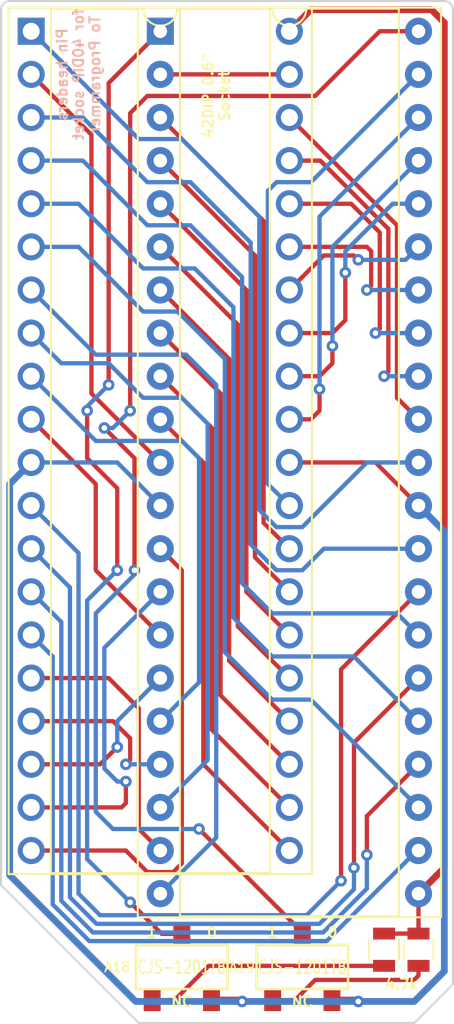
<source format=kicad_pcb>
(kicad_pcb (version 4) (host pcbnew 4.0.6)

  (general
    (links 49)
    (no_connects 0)
    (area 200.088499 80.708499 226.885501 141.033501)
    (thickness 1.6)
    (drawings 21)
    (tracks 275)
    (zones 0)
    (modules 6)
    (nets 44)
  )

  (page A4)
  (layers
    (0 F.Cu signal)
    (31 B.Cu signal)
    (32 B.Adhes user)
    (33 F.Adhes user)
    (34 B.Paste user)
    (35 F.Paste user)
    (36 B.SilkS user)
    (37 F.SilkS user)
    (38 B.Mask user)
    (39 F.Mask user)
    (40 Dwgs.User user)
    (41 Cmts.User user)
    (42 Eco1.User user)
    (43 Eco2.User user)
    (44 Edge.Cuts user)
    (45 Margin user)
    (46 B.CrtYd user)
    (47 F.CrtYd user)
    (48 B.Fab user)
    (49 F.Fab user)
  )

  (setup
    (last_trace_width 0.254)
    (user_trace_width 0.1524)
    (user_trace_width 0.2)
    (user_trace_width 0.25)
    (user_trace_width 0.3)
    (user_trace_width 0.4)
    (user_trace_width 0.5)
    (user_trace_width 0.6)
    (user_trace_width 0.8)
    (user_trace_width 1)
    (user_trace_width 1.2)
    (user_trace_width 1.5)
    (user_trace_width 2)
    (trace_clearance 0.254)
    (zone_clearance 0.1524)
    (zone_45_only no)
    (trace_min 0.1524)
    (segment_width 0.127)
    (edge_width 0.127)
    (via_size 0.6858)
    (via_drill 0.3302)
    (via_min_size 0.6858)
    (via_min_drill 0.3302)
    (uvia_size 0.508)
    (uvia_drill 0.127)
    (uvias_allowed no)
    (uvia_min_size 0.508)
    (uvia_min_drill 0.127)
    (pcb_text_width 0.127)
    (pcb_text_size 0.6 0.6)
    (mod_edge_width 0.127)
    (mod_text_size 0.6 0.6)
    (mod_text_width 0.127)
    (pad_size 1.524 1.524)
    (pad_drill 0.762)
    (pad_to_mask_clearance 0.05)
    (pad_to_paste_clearance -0.04)
    (aux_axis_origin 0 0)
    (visible_elements 7FFFFFFF)
    (pcbplotparams
      (layerselection 0x3ffff_80000001)
      (usegerberextensions true)
      (usegerberattributes true)
      (excludeedgelayer true)
      (linewidth 0.127000)
      (plotframeref false)
      (viasonmask false)
      (mode 1)
      (useauxorigin false)
      (hpglpennumber 1)
      (hpglpenspeed 20)
      (hpglpendiameter 15)
      (hpglpenoverlay 2)
      (psnegative false)
      (psa4output false)
      (plotreference true)
      (plotvalue true)
      (plotinvisibletext false)
      (padsonsilk false)
      (subtractmaskfromsilk false)
      (outputformat 1)
      (mirror false)
      (drillshape 0)
      (scaleselection 1)
      (outputdirectory CAM/))
  )

  (net 0 "")
  (net 1 VCC)
  (net 2 "Net-(R1-Pad2)")
  (net 3 "Net-(R2-Pad2)")
  (net 4 /A18)
  (net 5 GND)
  (net 6 /A19)
  (net 7 /VPP)
  (net 8 /A0)
  (net 9 /CE)
  (net 10 /A1)
  (net 11 /D15)
  (net 12 /A2)
  (net 13 /D14)
  (net 14 /A3)
  (net 15 /D13)
  (net 16 /A4)
  (net 17 /D12)
  (net 18 /A5)
  (net 19 /D11)
  (net 20 /A6)
  (net 21 /D10)
  (net 22 /A7)
  (net 23 /D9)
  (net 24 /A8)
  (net 25 /D8)
  (net 26 /A9)
  (net 27 /D7)
  (net 28 /A10)
  (net 29 /D6)
  (net 30 /A11)
  (net 31 /D5)
  (net 32 /A12)
  (net 33 /D4)
  (net 34 /A13)
  (net 35 /D3)
  (net 36 /A14)
  (net 37 /D2)
  (net 38 /A15)
  (net 39 /D1)
  (net 40 /A16)
  (net 41 /D0)
  (net 42 /A17)
  (net 43 /OE)

  (net_class Default "Dit is de standaard class."
    (clearance 0.254)
    (trace_width 0.254)
    (via_dia 0.6858)
    (via_drill 0.3302)
    (uvia_dia 0.508)
    (uvia_drill 0.127)
    (add_net /A0)
    (add_net /A1)
    (add_net /A10)
    (add_net /A11)
    (add_net /A12)
    (add_net /A13)
    (add_net /A14)
    (add_net /A15)
    (add_net /A16)
    (add_net /A17)
    (add_net /A18)
    (add_net /A19)
    (add_net /A2)
    (add_net /A3)
    (add_net /A4)
    (add_net /A5)
    (add_net /A6)
    (add_net /A7)
    (add_net /A8)
    (add_net /A9)
    (add_net /CE)
    (add_net /D0)
    (add_net /D1)
    (add_net /D10)
    (add_net /D11)
    (add_net /D12)
    (add_net /D13)
    (add_net /D14)
    (add_net /D15)
    (add_net /D2)
    (add_net /D3)
    (add_net /D4)
    (add_net /D5)
    (add_net /D6)
    (add_net /D7)
    (add_net /D8)
    (add_net /D9)
    (add_net /OE)
    (add_net /VPP)
    (add_net GND)
    (add_net "Net-(R1-Pad2)")
    (add_net "Net-(R2-Pad2)")
    (add_net VCC)
  )

  (net_class 0.2mm ""
    (clearance 0.2)
    (trace_width 0.2)
    (via_dia 0.6858)
    (via_drill 0.3302)
    (uvia_dia 0.508)
    (uvia_drill 0.127)
  )

  (net_class Minimal ""
    (clearance 0.1524)
    (trace_width 0.1524)
    (via_dia 0.6858)
    (via_drill 0.3302)
    (uvia_dia 0.508)
    (uvia_drill 0.127)
  )

  (module Resistors_SMD:R_0805 (layer F.Cu) (tedit 5A523B33) (tstamp 5A522B95)
    (at 224.79 136.652 270)
    (descr "Resistor SMD 0805, reflow soldering, Vishay (see dcrcw.pdf)")
    (tags "resistor 0805")
    (path /5A51C594)
    (attr smd)
    (fp_text reference R1 (at 2.54 2.032 270) (layer F.SilkS) hide
      (effects (font (size 1 1) (thickness 0.15)))
    )
    (fp_text value R (at 0 1.75 270) (layer F.Fab)
      (effects (font (size 1 1) (thickness 0.15)))
    )
    (fp_text user %R (at 0 0 270) (layer F.Fab)
      (effects (font (size 0.5 0.5) (thickness 0.075)))
    )
    (fp_line (start -1 0.62) (end -1 -0.62) (layer F.Fab) (width 0.1))
    (fp_line (start 1 0.62) (end -1 0.62) (layer F.Fab) (width 0.1))
    (fp_line (start 1 -0.62) (end 1 0.62) (layer F.Fab) (width 0.1))
    (fp_line (start -1 -0.62) (end 1 -0.62) (layer F.Fab) (width 0.1))
    (fp_line (start 0.6 0.88) (end -0.6 0.88) (layer F.SilkS) (width 0.12))
    (fp_line (start -0.6 -0.88) (end 0.6 -0.88) (layer F.SilkS) (width 0.12))
    (fp_line (start -1.55 -0.9) (end 1.55 -0.9) (layer F.CrtYd) (width 0.05))
    (fp_line (start -1.55 -0.9) (end -1.55 0.9) (layer F.CrtYd) (width 0.05))
    (fp_line (start 1.55 0.9) (end 1.55 -0.9) (layer F.CrtYd) (width 0.05))
    (fp_line (start 1.55 0.9) (end -1.55 0.9) (layer F.CrtYd) (width 0.05))
    (pad 1 smd rect (at -0.95 0 270) (size 0.7 1.3) (layers F.Cu F.Paste F.Mask)
      (net 1 VCC))
    (pad 2 smd rect (at 0.95 0 270) (size 0.7 1.3) (layers F.Cu F.Paste F.Mask)
      (net 2 "Net-(R1-Pad2)"))
    (model ${KISYS3DMOD}/Resistors_SMD.3dshapes/R_0805.wrl
      (at (xyz 0 0 0))
      (scale (xyz 1 1 1))
      (rotate (xyz 0 0 0))
    )
  )

  (module Resistors_SMD:R_0805 (layer F.Cu) (tedit 5A523B36) (tstamp 5A522BA6)
    (at 222.758 136.652 270)
    (descr "Resistor SMD 0805, reflow soldering, Vishay (see dcrcw.pdf)")
    (tags "resistor 0805")
    (path /5A51C465)
    (attr smd)
    (fp_text reference R2 (at 2.54 -2.032 270) (layer F.SilkS) hide
      (effects (font (size 1 1) (thickness 0.15)))
    )
    (fp_text value R (at 0 1.75 270) (layer F.Fab)
      (effects (font (size 1 1) (thickness 0.15)))
    )
    (fp_text user %R (at 0 0 270) (layer F.Fab)
      (effects (font (size 0.5 0.5) (thickness 0.075)))
    )
    (fp_line (start -1 0.62) (end -1 -0.62) (layer F.Fab) (width 0.1))
    (fp_line (start 1 0.62) (end -1 0.62) (layer F.Fab) (width 0.1))
    (fp_line (start 1 -0.62) (end 1 0.62) (layer F.Fab) (width 0.1))
    (fp_line (start -1 -0.62) (end 1 -0.62) (layer F.Fab) (width 0.1))
    (fp_line (start 0.6 0.88) (end -0.6 0.88) (layer F.SilkS) (width 0.12))
    (fp_line (start -0.6 -0.88) (end 0.6 -0.88) (layer F.SilkS) (width 0.12))
    (fp_line (start -1.55 -0.9) (end 1.55 -0.9) (layer F.CrtYd) (width 0.05))
    (fp_line (start -1.55 -0.9) (end -1.55 0.9) (layer F.CrtYd) (width 0.05))
    (fp_line (start 1.55 0.9) (end 1.55 -0.9) (layer F.CrtYd) (width 0.05))
    (fp_line (start 1.55 0.9) (end -1.55 0.9) (layer F.CrtYd) (width 0.05))
    (pad 1 smd rect (at -0.95 0 270) (size 0.7 1.3) (layers F.Cu F.Paste F.Mask)
      (net 1 VCC))
    (pad 2 smd rect (at 0.95 0 270) (size 0.7 1.3) (layers F.Cu F.Paste F.Mask)
      (net 3 "Net-(R2-Pad2)"))
    (model ${KISYS3DMOD}/Resistors_SMD.3dshapes/R_0805.wrl
      (at (xyz 0 0 0))
      (scale (xyz 1 1 1))
      (rotate (xyz 0 0 0))
    )
  )

  (module Housings_DIP:DIP-42_W15.24mm_Socket (layer F.Cu) (tedit 5A523A56) (tstamp 5A522C46)
    (at 209.55 82.55)
    (descr "42-lead though-hole mounted DIP package, row spacing 15.24 mm (600 mils), Socket")
    (tags "THT DIP DIL PDIP 2.54mm 15.24mm 600mil Socket")
    (path /5A51AAED)
    (fp_text reference U2 (at 7.62 -2.33) (layer F.SilkS) hide
      (effects (font (size 1 1) (thickness 0.15)))
    )
    (fp_text value 27C160 (at 7.62 53.13) (layer F.Fab)
      (effects (font (size 1 1) (thickness 0.15)))
    )
    (fp_arc (start 7.62 -1.33) (end 6.62 -1.33) (angle -180) (layer F.SilkS) (width 0.12))
    (fp_line (start 1.255 -1.27) (end 14.985 -1.27) (layer F.Fab) (width 0.1))
    (fp_line (start 14.985 -1.27) (end 14.985 52.07) (layer F.Fab) (width 0.1))
    (fp_line (start 14.985 52.07) (end 0.255 52.07) (layer F.Fab) (width 0.1))
    (fp_line (start 0.255 52.07) (end 0.255 -0.27) (layer F.Fab) (width 0.1))
    (fp_line (start 0.255 -0.27) (end 1.255 -1.27) (layer F.Fab) (width 0.1))
    (fp_line (start -1.27 -1.33) (end -1.27 52.13) (layer F.Fab) (width 0.1))
    (fp_line (start -1.27 52.13) (end 16.51 52.13) (layer F.Fab) (width 0.1))
    (fp_line (start 16.51 52.13) (end 16.51 -1.33) (layer F.Fab) (width 0.1))
    (fp_line (start 16.51 -1.33) (end -1.27 -1.33) (layer F.Fab) (width 0.1))
    (fp_line (start 6.62 -1.33) (end 1.16 -1.33) (layer F.SilkS) (width 0.12))
    (fp_line (start 1.16 -1.33) (end 1.16 52.13) (layer F.SilkS) (width 0.12))
    (fp_line (start 1.16 52.13) (end 14.08 52.13) (layer F.SilkS) (width 0.12))
    (fp_line (start 14.08 52.13) (end 14.08 -1.33) (layer F.SilkS) (width 0.12))
    (fp_line (start 14.08 -1.33) (end 8.62 -1.33) (layer F.SilkS) (width 0.12))
    (fp_line (start -1.33 -1.39) (end -1.33 52.19) (layer F.SilkS) (width 0.12))
    (fp_line (start -1.33 52.19) (end 16.57 52.19) (layer F.SilkS) (width 0.12))
    (fp_line (start 16.57 52.19) (end 16.57 -1.39) (layer F.SilkS) (width 0.12))
    (fp_line (start 16.57 -1.39) (end -1.33 -1.39) (layer F.SilkS) (width 0.12))
    (fp_line (start -1.55 -1.6) (end -1.55 52.4) (layer F.CrtYd) (width 0.05))
    (fp_line (start -1.55 52.4) (end 16.8 52.4) (layer F.CrtYd) (width 0.05))
    (fp_line (start 16.8 52.4) (end 16.8 -1.6) (layer F.CrtYd) (width 0.05))
    (fp_line (start 16.8 -1.6) (end -1.55 -1.6) (layer F.CrtYd) (width 0.05))
    (fp_text user %R (at 7.62 25.4) (layer F.Fab)
      (effects (font (size 1 1) (thickness 0.15)))
    )
    (pad 1 thru_hole rect (at 0 0) (size 1.6 1.6) (drill 0.8) (layers *.Cu *.Mask)
      (net 4 /A18))
    (pad 22 thru_hole oval (at 15.24 50.8) (size 1.6 1.6) (drill 0.8) (layers *.Cu *.Mask)
      (net 1 VCC))
    (pad 2 thru_hole oval (at 0 2.54) (size 1.6 1.6) (drill 0.8) (layers *.Cu *.Mask)
      (net 42 /A17))
    (pad 23 thru_hole oval (at 15.24 48.26) (size 1.6 1.6) (drill 0.8) (layers *.Cu *.Mask)
      (net 33 /D4))
    (pad 3 thru_hole oval (at 0 5.08) (size 1.6 1.6) (drill 0.8) (layers *.Cu *.Mask)
      (net 22 /A7))
    (pad 24 thru_hole oval (at 15.24 45.72) (size 1.6 1.6) (drill 0.8) (layers *.Cu *.Mask)
      (net 17 /D12))
    (pad 4 thru_hole oval (at 0 7.62) (size 1.6 1.6) (drill 0.8) (layers *.Cu *.Mask)
      (net 20 /A6))
    (pad 25 thru_hole oval (at 15.24 43.18) (size 1.6 1.6) (drill 0.8) (layers *.Cu *.Mask)
      (net 31 /D5))
    (pad 5 thru_hole oval (at 0 10.16) (size 1.6 1.6) (drill 0.8) (layers *.Cu *.Mask)
      (net 18 /A5))
    (pad 26 thru_hole oval (at 15.24 40.64) (size 1.6 1.6) (drill 0.8) (layers *.Cu *.Mask)
      (net 15 /D13))
    (pad 6 thru_hole oval (at 0 12.7) (size 1.6 1.6) (drill 0.8) (layers *.Cu *.Mask)
      (net 16 /A4))
    (pad 27 thru_hole oval (at 15.24 38.1) (size 1.6 1.6) (drill 0.8) (layers *.Cu *.Mask)
      (net 29 /D6))
    (pad 7 thru_hole oval (at 0 15.24) (size 1.6 1.6) (drill 0.8) (layers *.Cu *.Mask)
      (net 14 /A3))
    (pad 28 thru_hole oval (at 15.24 35.56) (size 1.6 1.6) (drill 0.8) (layers *.Cu *.Mask)
      (net 13 /D14))
    (pad 8 thru_hole oval (at 0 17.78) (size 1.6 1.6) (drill 0.8) (layers *.Cu *.Mask)
      (net 12 /A2))
    (pad 29 thru_hole oval (at 15.24 33.02) (size 1.6 1.6) (drill 0.8) (layers *.Cu *.Mask)
      (net 27 /D7))
    (pad 9 thru_hole oval (at 0 20.32) (size 1.6 1.6) (drill 0.8) (layers *.Cu *.Mask)
      (net 10 /A1))
    (pad 30 thru_hole oval (at 15.24 30.48) (size 1.6 1.6) (drill 0.8) (layers *.Cu *.Mask)
      (net 11 /D15))
    (pad 10 thru_hole oval (at 0 22.86) (size 1.6 1.6) (drill 0.8) (layers *.Cu *.Mask)
      (net 8 /A0))
    (pad 31 thru_hole oval (at 15.24 27.94) (size 1.6 1.6) (drill 0.8) (layers *.Cu *.Mask)
      (net 5 GND))
    (pad 11 thru_hole oval (at 0 25.4) (size 1.6 1.6) (drill 0.8) (layers *.Cu *.Mask)
      (net 9 /CE))
    (pad 32 thru_hole oval (at 15.24 25.4) (size 1.6 1.6) (drill 0.8) (layers *.Cu *.Mask)
      (net 7 /VPP))
    (pad 12 thru_hole oval (at 0 27.94) (size 1.6 1.6) (drill 0.8) (layers *.Cu *.Mask)
      (net 5 GND))
    (pad 33 thru_hole oval (at 15.24 22.86) (size 1.6 1.6) (drill 0.8) (layers *.Cu *.Mask)
      (net 40 /A16))
    (pad 13 thru_hole oval (at 0 30.48) (size 1.6 1.6) (drill 0.8) (layers *.Cu *.Mask)
      (net 43 /OE))
    (pad 34 thru_hole oval (at 15.24 20.32) (size 1.6 1.6) (drill 0.8) (layers *.Cu *.Mask)
      (net 38 /A15))
    (pad 14 thru_hole oval (at 0 33.02) (size 1.6 1.6) (drill 0.8) (layers *.Cu *.Mask)
      (net 41 /D0))
    (pad 35 thru_hole oval (at 15.24 17.78) (size 1.6 1.6) (drill 0.8) (layers *.Cu *.Mask)
      (net 36 /A14))
    (pad 15 thru_hole oval (at 0 35.56) (size 1.6 1.6) (drill 0.8) (layers *.Cu *.Mask)
      (net 25 /D8))
    (pad 36 thru_hole oval (at 15.24 15.24) (size 1.6 1.6) (drill 0.8) (layers *.Cu *.Mask)
      (net 34 /A13))
    (pad 16 thru_hole oval (at 0 38.1) (size 1.6 1.6) (drill 0.8) (layers *.Cu *.Mask)
      (net 39 /D1))
    (pad 37 thru_hole oval (at 15.24 12.7) (size 1.6 1.6) (drill 0.8) (layers *.Cu *.Mask)
      (net 32 /A12))
    (pad 17 thru_hole oval (at 0 40.64) (size 1.6 1.6) (drill 0.8) (layers *.Cu *.Mask)
      (net 23 /D9))
    (pad 38 thru_hole oval (at 15.24 10.16) (size 1.6 1.6) (drill 0.8) (layers *.Cu *.Mask)
      (net 30 /A11))
    (pad 18 thru_hole oval (at 0 43.18) (size 1.6 1.6) (drill 0.8) (layers *.Cu *.Mask)
      (net 37 /D2))
    (pad 39 thru_hole oval (at 15.24 7.62) (size 1.6 1.6) (drill 0.8) (layers *.Cu *.Mask)
      (net 28 /A10))
    (pad 19 thru_hole oval (at 0 45.72) (size 1.6 1.6) (drill 0.8) (layers *.Cu *.Mask)
      (net 21 /D10))
    (pad 40 thru_hole oval (at 15.24 5.08) (size 1.6 1.6) (drill 0.8) (layers *.Cu *.Mask)
      (net 26 /A9))
    (pad 20 thru_hole oval (at 0 48.26) (size 1.6 1.6) (drill 0.8) (layers *.Cu *.Mask)
      (net 35 /D3))
    (pad 41 thru_hole oval (at 15.24 2.54) (size 1.6 1.6) (drill 0.8) (layers *.Cu *.Mask)
      (net 24 /A8))
    (pad 21 thru_hole oval (at 0 50.8) (size 1.6 1.6) (drill 0.8) (layers *.Cu *.Mask)
      (net 19 /D11))
    (pad 42 thru_hole oval (at 15.24 0) (size 1.6 1.6) (drill 0.8) (layers *.Cu *.Mask)
      (net 6 /A19))
    (model ${KISYS3DMOD}/Housings_DIP.3dshapes/DIP-42_W15.24mm_Socket.wrl
      (at (xyz 0 0 0))
      (scale (xyz 1 1 1))
      (rotate (xyz 0 0 0))
    )
  )

  (module 8pinminidin:CJS-1201TB (layer F.Cu) (tedit 5A523B53) (tstamp 5A522BB1)
    (at 210.82 137.668)
    (path /5A51C185)
    (fp_text reference S1 (at 0.254 0) (layer F.SilkS) hide
      (effects (font (size 0.8 0.55) (thickness 0.1)))
    )
    (fp_text value SPDT (at 4 -6.3) (layer F.Fab)
      (effects (font (size 1 1) (thickness 0.15)))
    )
    (fp_line (start -2.7 -1.3) (end -2.7 1.3) (layer F.SilkS) (width 0.15))
    (fp_line (start -2.7 1.3) (end 2.7 1.3) (layer F.SilkS) (width 0.15))
    (fp_line (start 2.7 1.3) (end 2.7 -1.3) (layer F.SilkS) (width 0.15))
    (fp_line (start 2.7 -1.3) (end -2.7 -1.3) (layer F.SilkS) (width 0.15))
    (pad 2 smd rect (at 0 -1.95) (size 1 1.3) (layers F.Cu F.Paste F.Mask)
      (net 4 /A18))
    (pad 3 smd rect (at 1.75 1.95) (size 1 1.3) (layers F.Cu F.Paste F.Mask)
      (net 5 GND))
    (pad 1 smd rect (at -1.75 1.95) (size 1 1.3) (layers F.Cu F.Paste F.Mask)
      (net 3 "Net-(R2-Pad2)"))
  )

  (module 8pinminidin:CJS-1201TB (layer F.Cu) (tedit 5A523B4B) (tstamp 5A522BBC)
    (at 217.932 137.668)
    (path /5A51C098)
    (fp_text reference S2 (at 0.254 0) (layer F.SilkS) hide
      (effects (font (size 0.8 0.55) (thickness 0.1)))
    )
    (fp_text value SPDT (at 4 -6.3) (layer F.Fab)
      (effects (font (size 1 1) (thickness 0.15)))
    )
    (fp_line (start -2.7 -1.3) (end -2.7 1.3) (layer F.SilkS) (width 0.15))
    (fp_line (start -2.7 1.3) (end 2.7 1.3) (layer F.SilkS) (width 0.15))
    (fp_line (start 2.7 1.3) (end 2.7 -1.3) (layer F.SilkS) (width 0.15))
    (fp_line (start 2.7 -1.3) (end -2.7 -1.3) (layer F.SilkS) (width 0.15))
    (pad 2 smd rect (at 0 -1.95) (size 1 1.3) (layers F.Cu F.Paste F.Mask)
      (net 6 /A19))
    (pad 3 smd rect (at 1.75 1.95) (size 1 1.3) (layers F.Cu F.Paste F.Mask)
      (net 5 GND))
    (pad 1 smd rect (at -1.75 1.95) (size 1 1.3) (layers F.Cu F.Paste F.Mask)
      (net 2 "Net-(R1-Pad2)"))
  )

  (module 8pinminidin:DIP-40_W15.24mm_Socket-expholes (layer F.Cu) (tedit 5A52468E) (tstamp 5A524769)
    (at 201.93 82.55)
    (descr "40-lead though-hole mounted DIP package, row spacing 15.24 mm (600 mils), Socket")
    (tags "THT DIP DIL PDIP 2.54mm 15.24mm 600mil Socket")
    (path /5A51AB42)
    (fp_text reference U1 (at 7.62 -2.33) (layer F.SilkS) hide
      (effects (font (size 1 1) (thickness 0.15)))
    )
    (fp_text value 27C4096 (at 7.62 50.59) (layer F.Fab)
      (effects (font (size 1 1) (thickness 0.15)))
    )
    (fp_arc (start 7.62 -1.33) (end 6.62 -1.33) (angle -180) (layer F.SilkS) (width 0.12))
    (fp_line (start 1.255 -1.27) (end 14.985 -1.27) (layer F.Fab) (width 0.1))
    (fp_line (start 14.985 -1.27) (end 14.985 49.53) (layer F.Fab) (width 0.1))
    (fp_line (start 14.985 49.53) (end 0.255 49.53) (layer F.Fab) (width 0.1))
    (fp_line (start 0.255 49.53) (end 0.255 -0.27) (layer F.Fab) (width 0.1))
    (fp_line (start 0.255 -0.27) (end 1.255 -1.27) (layer F.Fab) (width 0.1))
    (fp_line (start -1.27 -1.33) (end -1.27 49.59) (layer F.Fab) (width 0.1))
    (fp_line (start -1.27 49.59) (end 16.51 49.59) (layer F.Fab) (width 0.1))
    (fp_line (start 16.51 49.59) (end 16.51 -1.33) (layer F.Fab) (width 0.1))
    (fp_line (start 16.51 -1.33) (end -1.27 -1.33) (layer F.Fab) (width 0.1))
    (fp_line (start 6.62 -1.33) (end 1.16 -1.33) (layer F.SilkS) (width 0.12))
    (fp_line (start 1.16 -1.33) (end 1.16 49.59) (layer F.SilkS) (width 0.12))
    (fp_line (start 1.16 49.59) (end 14.08 49.59) (layer F.SilkS) (width 0.12))
    (fp_line (start 14.08 49.59) (end 14.08 -1.33) (layer F.SilkS) (width 0.12))
    (fp_line (start 14.08 -1.33) (end 8.62 -1.33) (layer F.SilkS) (width 0.12))
    (fp_line (start -1.33 -1.39) (end -1.33 49.65) (layer F.SilkS) (width 0.12))
    (fp_line (start -1.33 49.65) (end 16.57 49.65) (layer F.SilkS) (width 0.12))
    (fp_line (start 16.57 49.65) (end 16.57 -1.39) (layer F.SilkS) (width 0.12))
    (fp_line (start 16.57 -1.39) (end -1.33 -1.39) (layer F.SilkS) (width 0.12))
    (fp_line (start -1.55 -1.6) (end -1.55 49.85) (layer F.CrtYd) (width 0.05))
    (fp_line (start -1.55 49.85) (end 16.8 49.85) (layer F.CrtYd) (width 0.05))
    (fp_line (start 16.8 49.85) (end 16.8 -1.6) (layer F.CrtYd) (width 0.05))
    (fp_line (start 16.8 -1.6) (end -1.55 -1.6) (layer F.CrtYd) (width 0.05))
    (fp_text user %R (at 7.62 24.13) (layer F.Fab)
      (effects (font (size 1 1) (thickness 0.15)))
    )
    (pad 1 thru_hole rect (at 0 0) (size 1.6 1.6) (drill 1) (layers *.Cu *.Mask)
      (net 7 /VPP))
    (pad 21 thru_hole oval (at 15.24 48.26) (size 1.6 1.6) (drill 1) (layers *.Cu *.Mask)
      (net 8 /A0))
    (pad 2 thru_hole oval (at 0 2.54) (size 1.6 1.6) (drill 1) (layers *.Cu *.Mask)
      (net 9 /CE))
    (pad 22 thru_hole oval (at 15.24 45.72) (size 1.6 1.6) (drill 1) (layers *.Cu *.Mask)
      (net 10 /A1))
    (pad 3 thru_hole oval (at 0 5.08) (size 1.6 1.6) (drill 1) (layers *.Cu *.Mask)
      (net 11 /D15))
    (pad 23 thru_hole oval (at 15.24 43.18) (size 1.6 1.6) (drill 1) (layers *.Cu *.Mask)
      (net 12 /A2))
    (pad 4 thru_hole oval (at 0 7.62) (size 1.6 1.6) (drill 1) (layers *.Cu *.Mask)
      (net 13 /D14))
    (pad 24 thru_hole oval (at 15.24 40.64) (size 1.6 1.6) (drill 1) (layers *.Cu *.Mask)
      (net 14 /A3))
    (pad 5 thru_hole oval (at 0 10.16) (size 1.6 1.6) (drill 1) (layers *.Cu *.Mask)
      (net 15 /D13))
    (pad 25 thru_hole oval (at 15.24 38.1) (size 1.6 1.6) (drill 1) (layers *.Cu *.Mask)
      (net 16 /A4))
    (pad 6 thru_hole oval (at 0 12.7) (size 1.6 1.6) (drill 1) (layers *.Cu *.Mask)
      (net 17 /D12))
    (pad 26 thru_hole oval (at 15.24 35.56) (size 1.6 1.6) (drill 1) (layers *.Cu *.Mask)
      (net 18 /A5))
    (pad 7 thru_hole oval (at 0 15.24) (size 1.6 1.6) (drill 1) (layers *.Cu *.Mask)
      (net 19 /D11))
    (pad 27 thru_hole oval (at 15.24 33.02) (size 1.6 1.6) (drill 1) (layers *.Cu *.Mask)
      (net 20 /A6))
    (pad 8 thru_hole oval (at 0 17.78) (size 1.6 1.6) (drill 1) (layers *.Cu *.Mask)
      (net 21 /D10))
    (pad 28 thru_hole oval (at 15.24 30.48) (size 1.6 1.6) (drill 1) (layers *.Cu *.Mask)
      (net 22 /A7))
    (pad 9 thru_hole oval (at 0 20.32) (size 1.6 1.6) (drill 1) (layers *.Cu *.Mask)
      (net 23 /D9))
    (pad 29 thru_hole oval (at 15.24 27.94) (size 1.6 1.6) (drill 1) (layers *.Cu *.Mask)
      (net 24 /A8))
    (pad 10 thru_hole oval (at 0 22.86) (size 1.6 1.6) (drill 1) (layers *.Cu *.Mask)
      (net 25 /D8))
    (pad 30 thru_hole oval (at 15.24 25.4) (size 1.6 1.6) (drill 1) (layers *.Cu *.Mask)
      (net 5 GND))
    (pad 11 thru_hole oval (at 0 25.4) (size 1.6 1.6) (drill 1) (layers *.Cu *.Mask)
      (net 5 GND))
    (pad 31 thru_hole oval (at 15.24 22.86) (size 1.6 1.6) (drill 1) (layers *.Cu *.Mask)
      (net 26 /A9))
    (pad 12 thru_hole oval (at 0 27.94) (size 1.6 1.6) (drill 1) (layers *.Cu *.Mask)
      (net 27 /D7))
    (pad 32 thru_hole oval (at 15.24 20.32) (size 1.6 1.6) (drill 1) (layers *.Cu *.Mask)
      (net 28 /A10))
    (pad 13 thru_hole oval (at 0 30.48) (size 1.6 1.6) (drill 1) (layers *.Cu *.Mask)
      (net 29 /D6))
    (pad 33 thru_hole oval (at 15.24 17.78) (size 1.6 1.6) (drill 1) (layers *.Cu *.Mask)
      (net 30 /A11))
    (pad 14 thru_hole oval (at 0 33.02) (size 1.6 1.6) (drill 1) (layers *.Cu *.Mask)
      (net 31 /D5))
    (pad 34 thru_hole oval (at 15.24 15.24) (size 1.6 1.6) (drill 1) (layers *.Cu *.Mask)
      (net 32 /A12))
    (pad 15 thru_hole oval (at 0 35.56) (size 1.6 1.6) (drill 1) (layers *.Cu *.Mask)
      (net 33 /D4))
    (pad 35 thru_hole oval (at 15.24 12.7) (size 1.6 1.6) (drill 1) (layers *.Cu *.Mask)
      (net 34 /A13))
    (pad 16 thru_hole oval (at 0 38.1) (size 1.6 1.6) (drill 1) (layers *.Cu *.Mask)
      (net 35 /D3))
    (pad 36 thru_hole oval (at 15.24 10.16) (size 1.6 1.6) (drill 1) (layers *.Cu *.Mask)
      (net 36 /A14))
    (pad 17 thru_hole oval (at 0 40.64) (size 1.6 1.6) (drill 1) (layers *.Cu *.Mask)
      (net 37 /D2))
    (pad 37 thru_hole oval (at 15.24 7.62) (size 1.6 1.6) (drill 1) (layers *.Cu *.Mask)
      (net 38 /A15))
    (pad 18 thru_hole oval (at 0 43.18) (size 1.6 1.6) (drill 1) (layers *.Cu *.Mask)
      (net 39 /D1))
    (pad 38 thru_hole oval (at 15.24 5.08) (size 1.6 1.6) (drill 1) (layers *.Cu *.Mask)
      (net 40 /A16))
    (pad 19 thru_hole oval (at 0 45.72) (size 1.6 1.6) (drill 1) (layers *.Cu *.Mask)
      (net 41 /D0))
    (pad 39 thru_hole oval (at 15.24 2.54) (size 1.6 1.6) (drill 1) (layers *.Cu *.Mask)
      (net 42 /A17))
    (pad 20 thru_hole oval (at 0 48.26) (size 1.6 1.6) (drill 1) (layers *.Cu *.Mask)
      (net 43 /OE))
    (pad 40 thru_hole oval (at 15.24 0) (size 1.6 1.6) (drill 1) (layers *.Cu *.Mask)
      (net 1 VCC))
    (model ${KISYS3DMOD}/Housings_DIP.3dshapes/DIP-40_W15.24mm_Socket.wrl
      (at (xyz 0 0 0))
      (scale (xyz 1 1 1))
      (rotate (xyz 0 0 0))
    )
  )

  (gr_text 4.7k (at 223.774 138.684) (layer F.SilkS)
    (effects (font (size 0.6 0.6) (thickness 0.127)))
  )
  (gr_text CJS-1201TB (at 217.932 137.668) (layer F.SilkS)
    (effects (font (size 0.8 0.55) (thickness 0.1)))
  )
  (gr_text CJS-1201TB (at 210.82 137.668) (layer F.SilkS)
    (effects (font (size 0.8 0.55) (thickness 0.1)))
  )
  (gr_text "42DIP 0.6\"\nSocket" (at 212.852 86.36 90) (layer F.SilkS)
    (effects (font (size 0.6 0.6) (thickness 0.127)))
  )
  (gr_text "Pin headers\nfor 40DIP socket\nTo Programmer" (at 204.724 85.09 90) (layer B.SilkS)
    (effects (font (size 0.6 0.6) (thickness 0.127)) (justify mirror))
  )
  (gr_text 0 (at 219.71 135.636) (layer F.SilkS)
    (effects (font (size 0.6 0.6) (thickness 0.127)))
  )
  (gr_text 1 (at 216.154 135.636) (layer F.SilkS)
    (effects (font (size 0.6 0.6) (thickness 0.127)))
  )
  (gr_text NC (at 217.932 139.7) (layer F.SilkS)
    (effects (font (size 0.6 0.6) (thickness 0.127)))
  )
  (gr_text NC (at 210.82 139.7) (layer F.SilkS)
    (effects (font (size 0.6 0.6) (thickness 0.127)))
  )
  (gr_text 0 (at 212.598 135.636) (layer F.SilkS)
    (effects (font (size 0.6 0.6) (thickness 0.127)))
  )
  (gr_text 1 (at 209.042 135.636) (layer F.SilkS)
    (effects (font (size 0.6 0.6) (thickness 0.127)))
  )
  (gr_text A19 (at 214.376 137.668) (layer F.SilkS)
    (effects (font (size 0.6 0.55) (thickness 0.1)))
  )
  (gr_text A18 (at 207.01 137.668) (layer F.SilkS)
    (effects (font (size 0.6 0.55) (thickness 0.1)))
  )
  (gr_line (start 226.314 80.772) (end 200.66 80.772) (angle 90) (layer Edge.Cuts) (width 0.127))
  (gr_arc (start 226.314 81.28) (end 226.314 80.772) (angle 90) (layer Edge.Cuts) (width 0.127))
  (gr_line (start 226.822 138.684) (end 226.822 81.28) (angle 90) (layer Edge.Cuts) (width 0.127))
  (gr_line (start 224.536 140.97) (end 226.822 138.684) (angle 90) (layer Edge.Cuts) (width 0.127))
  (gr_line (start 208.28 140.97) (end 224.536 140.97) (angle 90) (layer Edge.Cuts) (width 0.127))
  (gr_line (start 200.152 132.842) (end 208.28 140.97) (angle 90) (layer Edge.Cuts) (width 0.127))
  (gr_line (start 200.152 81.28) (end 200.152 132.842) (angle 90) (layer Edge.Cuts) (width 0.127))
  (gr_arc (start 200.66 81.28) (end 200.152 81.28) (angle 90) (layer Edge.Cuts) (width 0.127))

  (segment (start 224.79 133.35) (end 226.314 131.826) (width 0.4) (layer F.Cu) (net 1))
  (segment (start 218.44 81.28) (end 217.17 82.55) (width 0.4) (layer F.Cu) (net 1) (tstamp 5A5234E0))
  (segment (start 225.552 81.28) (end 218.44 81.28) (width 0.4) (layer F.Cu) (net 1) (tstamp 5A5234DD))
  (segment (start 226.314 82.042) (end 225.552 81.28) (width 0.4) (layer F.Cu) (net 1) (tstamp 5A5234D8))
  (segment (start 226.314 131.826) (end 226.314 82.042) (width 0.4) (layer F.Cu) (net 1) (tstamp 5A5234D6))
  (segment (start 222.758 135.702) (end 224.79 135.702) (width 0.254) (layer F.Cu) (net 1))
  (segment (start 224.79 135.702) (end 224.79 133.35) (width 0.254) (layer F.Cu) (net 1))
  (segment (start 224.79 137.602) (end 224.79 138.176) (width 0.254) (layer F.Cu) (net 2))
  (segment (start 217.506 139.618) (end 216.182 139.618) (width 0.254) (layer F.Cu) (net 2) (tstamp 5A5234B6))
  (segment (start 218.694 138.43) (end 217.506 139.618) (width 0.254) (layer F.Cu) (net 2) (tstamp 5A5234B4))
  (segment (start 224.536 138.43) (end 218.694 138.43) (width 0.254) (layer F.Cu) (net 2) (tstamp 5A5234B3))
  (segment (start 224.79 138.176) (end 224.536 138.43) (width 0.254) (layer F.Cu) (net 2) (tstamp 5A5234B2))
  (segment (start 222.758 137.602) (end 212.41 137.602) (width 0.254) (layer F.Cu) (net 3))
  (segment (start 210.394 139.618) (end 209.07 139.618) (width 0.254) (layer F.Cu) (net 3) (tstamp 5A5234C0))
  (segment (start 212.41 137.602) (end 210.394 139.618) (width 0.254) (layer F.Cu) (net 3) (tstamp 5A5242A7))
  (segment (start 207.01 114.3) (end 205.232002 116.077998) (width 0.254) (layer B.Cu) (net 4))
  (via (at 206.502 103.378) (size 0.6858) (drill 0.3302) (layers F.Cu B.Cu) (net 4))
  (segment (start 206.502 103.378) (end 205.232 104.648) (width 0.254) (layer B.Cu) (net 4) (tstamp 5A523601))
  (segment (start 205.232 104.648) (end 205.232 104.902) (width 0.254) (layer B.Cu) (net 4) (tstamp 5A523602))
  (via (at 205.232 104.902) (size 0.6858) (drill 0.3302) (layers F.Cu B.Cu) (net 4))
  (segment (start 205.232 104.902) (end 205.232 107.696) (width 0.254) (layer F.Cu) (net 4) (tstamp 5A523608))
  (segment (start 205.232 107.696) (end 207.01 109.474) (width 0.254) (layer F.Cu) (net 4) (tstamp 5A523609))
  (segment (start 207.01 109.474) (end 207.01 114.3) (width 0.254) (layer F.Cu) (net 4) (tstamp 5A52360D))
  (via (at 207.01 114.3) (size 0.6858) (drill 0.3302) (layers F.Cu B.Cu) (net 4))
  (segment (start 209.55 82.55) (end 206.502 85.598) (width 0.254) (layer F.Cu) (net 4))
  (segment (start 206.502 85.598) (end 206.502 103.378) (width 0.254) (layer F.Cu) (net 4))
  (segment (start 209.632 135.718) (end 210.82 135.718) (width 0.254) (layer F.Cu) (net 4) (tstamp 5A523665))
  (segment (start 207.772 133.858) (end 209.632 135.718) (width 0.254) (layer F.Cu) (net 4) (tstamp 5A523664))
  (via (at 207.772 133.858) (size 0.6858) (drill 0.3302) (layers F.Cu B.Cu) (net 4))
  (segment (start 205.232002 131.318002) (end 207.772 133.858) (width 0.254) (layer B.Cu) (net 4) (tstamp 5A523653))
  (segment (start 205.232002 116.077998) (end 205.232002 131.318002) (width 0.254) (layer B.Cu) (net 4) (tstamp 5A523651))
  (segment (start 221.234 139.7) (end 224.536 139.7) (width 0.4) (layer B.Cu) (net 5))
  (segment (start 226.314 112.014) (end 224.79 110.49) (width 0.4) (layer B.Cu) (net 5) (tstamp 5A5236F1))
  (segment (start 226.314 137.922) (end 226.314 112.014) (width 0.4) (layer B.Cu) (net 5) (tstamp 5A5236ED))
  (segment (start 224.536 139.7) (end 226.314 137.922) (width 0.4) (layer B.Cu) (net 5) (tstamp 5A5236EB))
  (segment (start 212.57 139.618) (end 214.294 139.618) (width 0.4) (layer F.Cu) (net 5))
  (via (at 214.376 139.7) (size 0.6858) (drill 0.3302) (layers F.Cu B.Cu) (net 5))
  (segment (start 214.294 139.618) (end 214.376 139.7) (width 0.4) (layer F.Cu) (net 5) (tstamp 5A5236DB))
  (segment (start 201.93 107.95) (end 200.66 109.22) (width 0.4) (layer B.Cu) (net 5))
  (segment (start 221.152 139.618) (end 219.682 139.618) (width 0.4) (layer F.Cu) (net 5) (tstamp 5A5236D8))
  (segment (start 221.234 139.7) (end 221.152 139.618) (width 0.4) (layer F.Cu) (net 5) (tstamp 5A5236D7))
  (via (at 221.234 139.7) (size 0.6858) (drill 0.3302) (layers F.Cu B.Cu) (net 5))
  (segment (start 208.097068 139.7) (end 214.376 139.7) (width 0.4) (layer B.Cu) (net 5) (tstamp 5A5236CD))
  (segment (start 214.376 139.7) (end 221.234 139.7) (width 0.4) (layer B.Cu) (net 5) (tstamp 5A5236E4))
  (segment (start 200.66 132.262932) (end 208.097068 139.7) (width 0.4) (layer B.Cu) (net 5) (tstamp 5A5236C9))
  (segment (start 200.66 109.22) (end 200.66 132.262932) (width 0.4) (layer B.Cu) (net 5) (tstamp 5A5236C7))
  (segment (start 224.79 110.49) (end 222.25 107.95) (width 0.254) (layer F.Cu) (net 5))
  (segment (start 222.25 107.95) (end 217.17 107.95) (width 0.254) (layer F.Cu) (net 5) (tstamp 5A523164))
  (segment (start 209.55 110.49) (end 207.01 107.95) (width 0.254) (layer B.Cu) (net 5))
  (segment (start 207.01 107.95) (end 201.93 107.95) (width 0.254) (layer B.Cu) (net 5) (tstamp 5A52315E))
  (segment (start 208.026 114.3) (end 208.026 114.554) (width 0.254) (layer B.Cu) (net 6))
  (via (at 208.026 114.3) (size 0.6858) (drill 0.3302) (layers F.Cu B.Cu) (net 6))
  (segment (start 208.788 129.54) (end 211.836 129.54) (width 0.254) (layer B.Cu) (net 6) (tstamp 5A5235C0))
  (via (at 211.836 129.54) (size 0.6858) (drill 0.3302) (layers F.Cu B.Cu) (net 6))
  (segment (start 217.932 135.636) (end 211.836 129.54) (width 0.254) (layer F.Cu) (net 6) (tstamp 5A5235CF))
  (segment (start 222.504 82.55) (end 224.79 82.55) (width 0.254) (layer F.Cu) (net 6))
  (segment (start 206.248 105.918) (end 208.026 107.696) (width 0.254) (layer F.Cu) (net 6) (tstamp 5A52350E))
  (via (at 206.248 105.918) (size 0.6858) (drill 0.3302) (layers F.Cu B.Cu) (net 6))
  (segment (start 206.756 105.918) (end 206.248 105.918) (width 0.254) (layer B.Cu) (net 6) (tstamp 5A52350B))
  (segment (start 207.772 104.902) (end 206.756 105.918) (width 0.254) (layer B.Cu) (net 6) (tstamp 5A52350A))
  (via (at 207.772 104.902) (size 0.6858) (drill 0.3302) (layers F.Cu B.Cu) (net 6))
  (segment (start 207.772 87.376) (end 207.772 104.902) (width 0.254) (layer F.Cu) (net 6) (tstamp 5A5234FA))
  (segment (start 208.788 86.36) (end 207.772 87.376) (width 0.254) (layer F.Cu) (net 6) (tstamp 5A5234F9))
  (segment (start 218.694 86.36) (end 208.788 86.36) (width 0.254) (layer F.Cu) (net 6) (tstamp 5A5234F7))
  (segment (start 222.504 82.55) (end 218.694 86.36) (width 0.254) (layer F.Cu) (net 6) (tstamp 5A5234EF))
  (segment (start 208.026 107.696) (end 208.026 114.3) (width 0.254) (layer F.Cu) (net 6))
  (segment (start 206.756 129.54) (end 208.788 129.54) (width 0.254) (layer B.Cu) (net 6) (tstamp 5A52367D))
  (segment (start 205.740004 128.524004) (end 206.756 129.54) (width 0.254) (layer B.Cu) (net 6) (tstamp 5A523679))
  (segment (start 205.740004 116.839996) (end 205.740004 128.524004) (width 0.254) (layer B.Cu) (net 6) (tstamp 5A523676))
  (segment (start 208.026 114.554) (end 205.740004 116.839996) (width 0.254) (layer B.Cu) (net 6) (tstamp 5A52366D))
  (segment (start 217.932 135.636) (end 217.932 135.718) (width 0.254) (layer F.Cu) (net 6) (tstamp 5A5235D0))
  (segment (start 217.76 135.718) (end 217.932 135.718) (width 0.254) (layer F.Cu) (net 6) (tstamp 5A523535))
  (segment (start 201.93 82.55) (end 208.28 88.9) (width 0.254) (layer B.Cu) (net 7))
  (segment (start 221.742 107.95) (end 224.79 107.95) (width 0.254) (layer B.Cu) (net 7) (tstamp 5A523052))
  (segment (start 217.932 111.76) (end 221.742 107.95) (width 0.254) (layer B.Cu) (net 7) (tstamp 5A523050))
  (segment (start 216.408 111.76) (end 217.932 111.76) (width 0.254) (layer B.Cu) (net 7) (tstamp 5A52304E))
  (segment (start 215.391998 110.743998) (end 216.408 111.76) (width 0.254) (layer B.Cu) (net 7) (tstamp 5A52304C))
  (segment (start 215.391998 93.471998) (end 215.391998 110.743998) (width 0.254) (layer B.Cu) (net 7) (tstamp 5A52303A))
  (segment (start 210.82 88.9) (end 215.391998 93.471998) (width 0.254) (layer B.Cu) (net 7) (tstamp 5A523039))
  (segment (start 208.28 88.9) (end 210.82 88.9) (width 0.254) (layer B.Cu) (net 7) (tstamp 5A523035))
  (segment (start 209.55 105.41) (end 212.089996 107.949996) (width 0.254) (layer F.Cu) (net 8))
  (segment (start 212.089996 125.729996) (end 217.17 130.81) (width 0.254) (layer F.Cu) (net 8) (tstamp 5A522DC0))
  (segment (start 212.089996 107.949996) (end 212.089996 125.729996) (width 0.254) (layer F.Cu) (net 8) (tstamp 5A522DBE))
  (segment (start 209.55 107.95) (end 205.486 103.886) (width 0.254) (layer F.Cu) (net 9))
  (segment (start 205.486 88.646) (end 201.93 85.09) (width 0.254) (layer F.Cu) (net 9) (tstamp 5A523134))
  (segment (start 205.486 103.886) (end 205.486 88.646) (width 0.254) (layer F.Cu) (net 9) (tstamp 5A523131))
  (segment (start 209.55 102.87) (end 212.597998 105.917998) (width 0.254) (layer F.Cu) (net 10))
  (segment (start 212.597998 123.697998) (end 217.17 128.27) (width 0.254) (layer F.Cu) (net 10) (tstamp 5A522DBA))
  (segment (start 212.597998 105.917998) (end 212.597998 123.697998) (width 0.254) (layer F.Cu) (net 10) (tstamp 5A522DB8))
  (segment (start 201.93 87.63) (end 204.978 87.63) (width 0.254) (layer B.Cu) (net 11))
  (segment (start 219.202 113.03) (end 224.79 113.03) (width 0.254) (layer B.Cu) (net 11) (tstamp 5A523081))
  (segment (start 217.932 114.3) (end 219.202 113.03) (width 0.254) (layer B.Cu) (net 11) (tstamp 5A52307F))
  (segment (start 216.408 114.3) (end 217.932 114.3) (width 0.254) (layer B.Cu) (net 11) (tstamp 5A52307D))
  (segment (start 214.883996 112.775996) (end 216.408 114.3) (width 0.254) (layer B.Cu) (net 11) (tstamp 5A52307A))
  (segment (start 214.883996 94.996) (end 214.883996 112.775996) (width 0.254) (layer B.Cu) (net 11) (tstamp 5A523060))
  (segment (start 211.327996 91.44) (end 214.883996 94.996) (width 0.254) (layer B.Cu) (net 11) (tstamp 5A52305E))
  (segment (start 208.788 91.44) (end 211.327996 91.44) (width 0.254) (layer B.Cu) (net 11) (tstamp 5A52305C))
  (segment (start 204.978 87.63) (end 208.788 91.44) (width 0.254) (layer B.Cu) (net 11) (tstamp 5A523056))
  (segment (start 209.55 100.33) (end 213.106 103.886) (width 0.254) (layer F.Cu) (net 12))
  (segment (start 213.106 121.666) (end 217.17 125.73) (width 0.254) (layer F.Cu) (net 12) (tstamp 5A522DB4))
  (segment (start 213.106 103.886) (end 213.106 121.666) (width 0.254) (layer F.Cu) (net 12) (tstamp 5A522DB2))
  (segment (start 201.93 90.17) (end 204.978 90.17) (width 0.254) (layer B.Cu) (net 13))
  (segment (start 223.52 116.84) (end 224.79 118.11) (width 0.254) (layer B.Cu) (net 13) (tstamp 5A5230A4))
  (segment (start 216.154 116.84) (end 223.52 116.84) (width 0.254) (layer B.Cu) (net 13) (tstamp 5A5230A2))
  (segment (start 214.375994 115.061994) (end 216.154 116.84) (width 0.254) (layer B.Cu) (net 13) (tstamp 5A52309E))
  (segment (start 214.375994 97.027994) (end 214.375994 115.061994) (width 0.254) (layer B.Cu) (net 13) (tstamp 5A52309C))
  (segment (start 211.328 93.98) (end 214.375994 97.027994) (width 0.254) (layer B.Cu) (net 13) (tstamp 5A523098))
  (segment (start 208.788 93.98) (end 211.328 93.98) (width 0.254) (layer B.Cu) (net 13) (tstamp 5A523096))
  (segment (start 204.978 90.17) (end 208.788 93.98) (width 0.254) (layer B.Cu) (net 13) (tstamp 5A523092))
  (segment (start 217.17 123.19) (end 213.614002 119.634002) (width 0.254) (layer F.Cu) (net 14))
  (segment (start 213.614002 101.854002) (end 209.55 97.79) (width 0.254) (layer F.Cu) (net 14) (tstamp 5A52322E))
  (segment (start 213.614002 119.634002) (end 213.614002 101.854002) (width 0.254) (layer F.Cu) (net 14) (tstamp 5A52322B))
  (segment (start 201.93 92.71) (end 204.724 92.71) (width 0.254) (layer B.Cu) (net 15))
  (segment (start 220.98 119.38) (end 224.79 123.19) (width 0.254) (layer B.Cu) (net 15) (tstamp 5A5230C2))
  (segment (start 216.154 119.38) (end 220.98 119.38) (width 0.254) (layer B.Cu) (net 15) (tstamp 5A5230C0))
  (segment (start 213.867992 117.093992) (end 216.154 119.38) (width 0.254) (layer B.Cu) (net 15) (tstamp 5A5230BC))
  (segment (start 213.867992 98.806) (end 213.867992 117.093992) (width 0.254) (layer B.Cu) (net 15) (tstamp 5A5230B6))
  (segment (start 211.581992 96.52) (end 213.867992 98.806) (width 0.254) (layer B.Cu) (net 15) (tstamp 5A5230B4))
  (segment (start 208.534 96.52) (end 211.581992 96.52) (width 0.254) (layer B.Cu) (net 15) (tstamp 5A5230B2))
  (segment (start 204.724 92.71) (end 208.534 96.52) (width 0.254) (layer B.Cu) (net 15) (tstamp 5A5230AB))
  (segment (start 209.55 95.25) (end 214.122004 99.822004) (width 0.254) (layer F.Cu) (net 16))
  (segment (start 214.122004 117.602004) (end 217.17 120.65) (width 0.254) (layer F.Cu) (net 16) (tstamp 5A523234))
  (segment (start 214.122004 99.822004) (end 214.122004 117.602004) (width 0.254) (layer F.Cu) (net 16) (tstamp 5A523232))
  (segment (start 201.93 95.25) (end 204.724 95.25) (width 0.254) (layer B.Cu) (net 17))
  (segment (start 218.44 121.92) (end 224.79 128.27) (width 0.254) (layer B.Cu) (net 17) (tstamp 5A5230D9))
  (segment (start 216.154 121.92) (end 218.44 121.92) (width 0.254) (layer B.Cu) (net 17) (tstamp 5A5230D7))
  (segment (start 213.35999 119.12599) (end 216.154 121.92) (width 0.254) (layer B.Cu) (net 17) (tstamp 5A5230D4))
  (segment (start 213.35999 101.854) (end 213.35999 119.12599) (width 0.254) (layer B.Cu) (net 17) (tstamp 5A5230D0))
  (segment (start 210.56599 99.06) (end 213.35999 101.854) (width 0.254) (layer B.Cu) (net 17) (tstamp 5A5230CE))
  (segment (start 208.534 99.06) (end 210.56599 99.06) (width 0.254) (layer B.Cu) (net 17) (tstamp 5A5230CC))
  (segment (start 204.724 95.25) (end 208.534 99.06) (width 0.254) (layer B.Cu) (net 17) (tstamp 5A5230C6))
  (segment (start 217.17 118.11) (end 214.630006 115.570006) (width 0.254) (layer F.Cu) (net 18))
  (segment (start 214.630006 97.790006) (end 209.55 92.71) (width 0.254) (layer F.Cu) (net 18) (tstamp 5A52323A))
  (segment (start 214.630006 115.570006) (end 214.630006 97.790006) (width 0.254) (layer F.Cu) (net 18) (tstamp 5A523238))
  (segment (start 209.55 133.35) (end 212.851988 130.048012) (width 0.254) (layer B.Cu) (net 19))
  (segment (start 205.74 101.6) (end 201.93 97.79) (width 0.254) (layer B.Cu) (net 19) (tstamp 5A52310C))
  (segment (start 211.074 101.6) (end 205.74 101.6) (width 0.254) (layer B.Cu) (net 19) (tstamp 5A52310A))
  (segment (start 212.851988 103.377988) (end 211.074 101.6) (width 0.254) (layer B.Cu) (net 19) (tstamp 5A523105))
  (segment (start 212.851988 130.048012) (end 212.851988 103.377988) (width 0.254) (layer B.Cu) (net 19) (tstamp 5A5230FB))
  (segment (start 209.55 90.17) (end 215.138008 95.758008) (width 0.254) (layer F.Cu) (net 20))
  (segment (start 215.138008 113.538008) (end 217.17 115.57) (width 0.254) (layer F.Cu) (net 20) (tstamp 5A523240))
  (segment (start 215.138008 95.758008) (end 215.138008 113.538008) (width 0.254) (layer F.Cu) (net 20) (tstamp 5A52323E))
  (segment (start 210.82 104.14) (end 208.534 104.14) (width 0.254) (layer B.Cu) (net 21))
  (segment (start 212.343986 125.476014) (end 212.343986 105.663986) (width 0.254) (layer B.Cu) (net 21) (tstamp 5A523110))
  (segment (start 212.343986 105.663986) (end 210.82 104.14) (width 0.254) (layer B.Cu) (net 21) (tstamp 5A523113))
  (segment (start 209.55 128.27) (end 212.343986 125.476014) (width 0.254) (layer B.Cu) (net 21))
  (segment (start 203.708002 102.108002) (end 201.93 100.33) (width 0.254) (layer B.Cu) (net 21) (tstamp 5A5235F6))
  (segment (start 206.502002 102.108002) (end 203.708002 102.108002) (width 0.254) (layer B.Cu) (net 21) (tstamp 5A5235F3))
  (segment (start 208.534 104.14) (end 206.502002 102.108002) (width 0.254) (layer B.Cu) (net 21) (tstamp 5A5235F1))
  (segment (start 217.17 113.03) (end 215.64601 111.50601) (width 0.254) (layer F.Cu) (net 22))
  (segment (start 215.64601 93.72601) (end 209.55 87.63) (width 0.254) (layer F.Cu) (net 22) (tstamp 5A523246))
  (segment (start 215.64601 111.50601) (end 215.64601 93.72601) (width 0.254) (layer F.Cu) (net 22) (tstamp 5A523244))
  (segment (start 209.55 123.19) (end 211.835984 120.904016) (width 0.254) (layer B.Cu) (net 23))
  (segment (start 205.74 106.68) (end 201.93 102.87) (width 0.254) (layer B.Cu) (net 23) (tstamp 5A523122))
  (segment (start 210.82 106.68) (end 205.74 106.68) (width 0.254) (layer B.Cu) (net 23) (tstamp 5A523120))
  (segment (start 211.835984 107.695984) (end 210.82 106.68) (width 0.254) (layer B.Cu) (net 23) (tstamp 5A52311F))
  (segment (start 211.835984 120.904016) (end 211.835984 107.695984) (width 0.254) (layer B.Cu) (net 23) (tstamp 5A52311D))
  (segment (start 217.17 110.49) (end 215.9 109.22) (width 0.254) (layer B.Cu) (net 24))
  (segment (start 218.44 91.44) (end 224.79 85.09) (width 0.254) (layer B.Cu) (net 24) (tstamp 5A522EFE))
  (segment (start 216.408 91.44) (end 218.44 91.44) (width 0.254) (layer B.Cu) (net 24) (tstamp 5A522EFD))
  (segment (start 215.9 91.948) (end 216.408 91.44) (width 0.254) (layer B.Cu) (net 24) (tstamp 5A522EFB))
  (segment (start 215.9 109.22) (end 215.9 91.948) (width 0.254) (layer B.Cu) (net 24) (tstamp 5A522EF9))
  (segment (start 209.55 118.11) (end 205.74 114.3) (width 0.254) (layer F.Cu) (net 25))
  (segment (start 205.74 109.22) (end 201.93 105.41) (width 0.254) (layer F.Cu) (net 25) (tstamp 5A52313D))
  (segment (start 205.74 114.3) (end 205.74 109.22) (width 0.254) (layer F.Cu) (net 25) (tstamp 5A52313A))
  (segment (start 217.17 105.41) (end 218.44 105.41) (width 0.254) (layer F.Cu) (net 26))
  (segment (start 218.948 93.472) (end 224.79 87.63) (width 0.254) (layer B.Cu) (net 26) (tstamp 5A522EF1))
  (segment (start 218.948 103.632) (end 218.948 93.472) (width 0.254) (layer B.Cu) (net 26) (tstamp 5A522EF0))
  (via (at 218.948 103.632) (size 0.6858) (drill 0.3302) (layers F.Cu B.Cu) (net 26))
  (segment (start 218.948 104.902) (end 218.948 103.632) (width 0.254) (layer F.Cu) (net 26) (tstamp 5A522EEE))
  (segment (start 218.44 105.41) (end 218.948 104.902) (width 0.254) (layer F.Cu) (net 26) (tstamp 5A522EED))
  (segment (start 204.724 113.284) (end 204.724 133.35) (width 0.254) (layer B.Cu) (net 27))
  (segment (start 220.218 132.588) (end 220.218 120.142) (width 0.254) (layer F.Cu) (net 27))
  (segment (start 204.724 133.35) (end 205.994 134.62) (width 0.254) (layer B.Cu) (net 27) (tstamp 5A523337))
  (segment (start 205.994 134.62) (end 218.186 134.62) (width 0.254) (layer B.Cu) (net 27) (tstamp 5A52333A))
  (segment (start 220.218 132.588) (end 218.186 134.62) (width 0.254) (layer B.Cu) (net 27) (tstamp 5A523279))
  (via (at 220.218 132.588) (size 0.6858) (drill 0.3302) (layers F.Cu B.Cu) (net 27))
  (segment (start 220.218 120.142) (end 224.79 115.57) (width 0.254) (layer F.Cu) (net 27) (tstamp 5A5233CF))
  (segment (start 201.93 110.49) (end 204.724 113.284) (width 0.254) (layer B.Cu) (net 27))
  (segment (start 204.724 113.284) (end 204.724006 113.284006) (width 0.254) (layer B.Cu) (net 27) (tstamp 5A523335))
  (segment (start 217.17 102.87) (end 218.948 102.87) (width 0.254) (layer F.Cu) (net 28))
  (segment (start 219.71 95.25) (end 224.79 90.17) (width 0.254) (layer B.Cu) (net 28) (tstamp 5A522EE9))
  (segment (start 219.71 101.092) (end 219.71 95.25) (width 0.254) (layer B.Cu) (net 28) (tstamp 5A522EE8))
  (via (at 219.71 101.092) (size 0.6858) (drill 0.3302) (layers F.Cu B.Cu) (net 28))
  (segment (start 219.71 102.108) (end 219.71 101.092) (width 0.254) (layer F.Cu) (net 28) (tstamp 5A522EE6))
  (segment (start 218.948 102.87) (end 219.71 102.108) (width 0.254) (layer F.Cu) (net 28) (tstamp 5A522EE4))
  (segment (start 201.93 113.03) (end 204.215998 115.315998) (width 0.254) (layer B.Cu) (net 29))
  (segment (start 220.98 124.46) (end 224.79 120.65) (width 0.254) (layer F.Cu) (net 29) (tstamp 5A5233C7))
  (segment (start 220.98 131.826) (end 220.98 124.46) (width 0.254) (layer F.Cu) (net 29) (tstamp 5A5233C6))
  (via (at 220.98 131.826) (size 0.6858) (drill 0.3302) (layers F.Cu B.Cu) (net 29))
  (segment (start 220.98 133.096) (end 220.98 131.826) (width 0.254) (layer B.Cu) (net 29) (tstamp 5A5233C2))
  (segment (start 218.947998 135.128002) (end 220.98 133.096) (width 0.254) (layer B.Cu) (net 29) (tstamp 5A5233BB))
  (segment (start 205.783578 135.128002) (end 218.947998 135.128002) (width 0.254) (layer B.Cu) (net 29) (tstamp 5A5233B8))
  (segment (start 204.215998 133.560422) (end 205.783578 135.128002) (width 0.254) (layer B.Cu) (net 29) (tstamp 5A5233B7))
  (segment (start 204.215998 115.315998) (end 204.215998 133.560422) (width 0.254) (layer B.Cu) (net 29) (tstamp 5A5233B5))
  (segment (start 217.17 100.33) (end 219.71 100.33) (width 0.254) (layer F.Cu) (net 30))
  (segment (start 223.266 92.71) (end 224.79 92.71) (width 0.254) (layer B.Cu) (net 30) (tstamp 5A522EE0))
  (segment (start 220.472 95.504) (end 223.266 92.71) (width 0.254) (layer B.Cu) (net 30) (tstamp 5A522EDF))
  (segment (start 220.472 96.774) (end 220.472 95.504) (width 0.254) (layer B.Cu) (net 30) (tstamp 5A522EDE))
  (via (at 220.472 96.774) (size 0.6858) (drill 0.3302) (layers F.Cu B.Cu) (net 30))
  (segment (start 220.472 99.568) (end 220.472 96.774) (width 0.254) (layer F.Cu) (net 30) (tstamp 5A522EDC))
  (segment (start 219.71 100.33) (end 220.472 99.568) (width 0.254) (layer F.Cu) (net 30) (tstamp 5A522EDB))
  (segment (start 205.573156 135.636004) (end 219.15842 135.636004) (width 0.254) (layer B.Cu) (net 31) (tstamp 5A5233E2))
  (segment (start 201.93 115.57) (end 203.707996 117.347996) (width 0.254) (layer B.Cu) (net 31))
  (segment (start 221.742 128.778) (end 224.79 125.73) (width 0.254) (layer F.Cu) (net 31) (tstamp 5A5233ED))
  (segment (start 221.742 131.064) (end 221.742 128.778) (width 0.254) (layer F.Cu) (net 31) (tstamp 5A5233EC))
  (via (at 221.742 131.064) (size 0.6858) (drill 0.3302) (layers F.Cu B.Cu) (net 31))
  (segment (start 221.742 133.052424) (end 221.742 131.064) (width 0.254) (layer B.Cu) (net 31) (tstamp 5A5233E6))
  (segment (start 219.15842 135.636004) (end 221.742 133.052424) (width 0.254) (layer B.Cu) (net 31) (tstamp 5A5233E4))
  (segment (start 203.707996 133.770844) (end 205.573156 135.636004) (width 0.254) (layer B.Cu) (net 31) (tstamp 5A5233D9))
  (segment (start 203.707996 117.347996) (end 203.707996 133.770844) (width 0.254) (layer B.Cu) (net 31) (tstamp 5A5233D6))
  (segment (start 217.17 97.79) (end 217.170002 97.79) (width 0.254) (layer F.Cu) (net 32))
  (segment (start 217.170002 97.79) (end 219.202 95.758002) (width 0.254) (layer F.Cu) (net 32) (tstamp 5A522ECA))
  (segment (start 219.202 95.758002) (end 220.980002 95.758002) (width 0.254) (layer F.Cu) (net 32) (tstamp 5A522ECB))
  (segment (start 220.980002 95.758002) (end 221.234 96.012) (width 0.254) (layer F.Cu) (net 32) (tstamp 5A522ECD))
  (via (at 221.234 96.012) (size 0.6858) (drill 0.3302) (layers F.Cu B.Cu) (net 32))
  (segment (start 221.234 96.012) (end 224.028 96.012) (width 0.254) (layer B.Cu) (net 32) (tstamp 5A522ECF))
  (segment (start 224.028 96.012) (end 224.79 95.25) (width 0.254) (layer B.Cu) (net 32) (tstamp 5A522ED0))
  (segment (start 201.93 118.11) (end 203.199994 119.379994) (width 0.254) (layer B.Cu) (net 33))
  (segment (start 219.368842 136.144006) (end 224.702848 130.81) (width 0.254) (layer B.Cu) (net 33) (tstamp 5A523405))
  (segment (start 205.362734 136.144006) (end 219.368842 136.144006) (width 0.254) (layer B.Cu) (net 33) (tstamp 5A5233F7))
  (segment (start 203.199994 133.981266) (end 205.362734 136.144006) (width 0.254) (layer B.Cu) (net 33) (tstamp 5A5233F4))
  (segment (start 203.199994 119.379994) (end 203.199994 133.981266) (width 0.254) (layer B.Cu) (net 33) (tstamp 5A5233F2))
  (segment (start 224.702848 130.81) (end 224.79 130.81) (width 0.254) (layer B.Cu) (net 33) (tstamp 5A523408))
  (segment (start 217.17 95.25) (end 221.741994 95.25) (width 0.254) (layer F.Cu) (net 34))
  (segment (start 221.742 97.79) (end 224.79 97.79) (width 0.254) (layer B.Cu) (net 34) (tstamp 5A522EB8))
  (via (at 221.742 97.79) (size 0.6858) (drill 0.3302) (layers F.Cu B.Cu) (net 34))
  (segment (start 221.995994 97.536006) (end 221.742 97.79) (width 0.254) (layer F.Cu) (net 34) (tstamp 5A522EB6))
  (segment (start 221.995994 95.504) (end 221.995994 97.536006) (width 0.254) (layer F.Cu) (net 34) (tstamp 5A522EB5))
  (segment (start 221.741994 95.25) (end 221.995994 95.504) (width 0.254) (layer F.Cu) (net 34) (tstamp 5A522EB4))
  (segment (start 201.93 120.65) (end 206.502 120.65) (width 0.254) (layer F.Cu) (net 35))
  (segment (start 208.28 129.54) (end 209.55 130.81) (width 0.254) (layer F.Cu) (net 35) (tstamp 5A522F65))
  (segment (start 208.28 122.428) (end 208.28 129.54) (width 0.254) (layer F.Cu) (net 35) (tstamp 5A522F63))
  (segment (start 206.502 120.65) (end 208.28 122.428) (width 0.254) (layer F.Cu) (net 35) (tstamp 5A522F5F))
  (segment (start 217.17 92.71) (end 220.813152 92.71) (width 0.254) (layer F.Cu) (net 36))
  (segment (start 222.25 100.33) (end 224.79 100.33) (width 0.254) (layer B.Cu) (net 36) (tstamp 5A522EA6))
  (via (at 222.25 100.33) (size 0.6858) (drill 0.3302) (layers F.Cu B.Cu) (net 36))
  (segment (start 222.503996 100.076004) (end 222.25 100.33) (width 0.254) (layer F.Cu) (net 36) (tstamp 5A522EA4))
  (segment (start 222.503996 94.400844) (end 222.503996 100.076004) (width 0.254) (layer F.Cu) (net 36) (tstamp 5A522EA2))
  (segment (start 220.813152 92.71) (end 222.503996 94.400844) (width 0.254) (layer F.Cu) (net 36) (tstamp 5A522EA0))
  (segment (start 201.93 123.19) (end 206.755998 123.19) (width 0.254) (layer F.Cu) (net 37))
  (segment (start 207.518 125.73) (end 209.55 125.73) (width 0.254) (layer B.Cu) (net 37) (tstamp 5A522F6F))
  (via (at 207.518 125.73) (size 0.6858) (drill 0.3302) (layers F.Cu B.Cu) (net 37))
  (segment (start 207.771998 125.476002) (end 207.518 125.73) (width 0.254) (layer F.Cu) (net 37) (tstamp 5A522F6D))
  (segment (start 207.771998 124.206) (end 207.771998 125.476002) (width 0.254) (layer F.Cu) (net 37) (tstamp 5A522F6B))
  (segment (start 206.755998 123.19) (end 207.771998 124.206) (width 0.254) (layer F.Cu) (net 37) (tstamp 5A522F69))
  (segment (start 222.758 102.87) (end 224.79 102.87) (width 0.254) (layer B.Cu) (net 38) (tstamp 5A522E9A))
  (via (at 222.758 102.87) (size 0.6858) (drill 0.3302) (layers F.Cu B.Cu) (net 38))
  (segment (start 223.011998 102.616002) (end 222.758 102.87) (width 0.254) (layer F.Cu) (net 38) (tstamp 5A522E98))
  (segment (start 223.011998 94.190422) (end 223.011998 102.616002) (width 0.254) (layer F.Cu) (net 38) (tstamp 5A522E96))
  (segment (start 218.991576 90.17) (end 223.011998 94.190422) (width 0.254) (layer F.Cu) (net 38) (tstamp 5A522E94))
  (segment (start 217.17 90.17) (end 218.991576 90.17) (width 0.254) (layer F.Cu) (net 38))
  (segment (start 201.93 125.73) (end 205.994 125.73) (width 0.254) (layer F.Cu) (net 39))
  (segment (start 207.01 123.19) (end 209.55 120.65) (width 0.254) (layer B.Cu) (net 39) (tstamp 5A522F7C))
  (segment (start 207.01 124.714) (end 207.01 123.19) (width 0.254) (layer B.Cu) (net 39) (tstamp 5A522F7B))
  (via (at 207.01 124.714) (size 0.6858) (drill 0.3302) (layers F.Cu B.Cu) (net 39))
  (segment (start 205.994 125.73) (end 207.01 124.714) (width 0.254) (layer F.Cu) (net 39) (tstamp 5A522F72))
  (segment (start 223.52 93.98) (end 223.52 104.14) (width 0.254) (layer F.Cu) (net 40) (tstamp 5A522E03))
  (segment (start 224.79 105.41) (end 223.52 104.14) (width 0.254) (layer F.Cu) (net 40) (tstamp 5A522E05))
  (segment (start 223.52 93.98) (end 217.17 87.63) (width 0.254) (layer F.Cu) (net 40))
  (segment (start 209.55 115.57) (end 206.248006 118.871994) (width 0.254) (layer B.Cu) (net 41))
  (segment (start 207.264 128.27) (end 207.518 128.016) (width 0.254) (layer F.Cu) (net 41) (tstamp 5A52356B))
  (segment (start 207.518 128.016) (end 207.518 126.746) (width 0.254) (layer F.Cu) (net 41) (tstamp 5A523575))
  (via (at 207.518 126.746) (size 0.6858) (drill 0.3302) (layers F.Cu B.Cu) (net 41))
  (segment (start 207.518 126.746) (end 207.01 126.746) (width 0.254) (layer B.Cu) (net 41) (tstamp 5A523578))
  (segment (start 207.264 128.27) (end 201.93 128.27) (width 0.254) (layer F.Cu) (net 41))
  (segment (start 206.248006 125.984006) (end 207.01 126.746) (width 0.254) (layer B.Cu) (net 41) (tstamp 5A523689))
  (segment (start 206.248006 118.871994) (end 206.248006 125.984006) (width 0.254) (layer B.Cu) (net 41) (tstamp 5A523682))
  (segment (start 209.55 85.09) (end 217.17 85.09) (width 0.254) (layer F.Cu) (net 42))
  (segment (start 201.93 130.81) (end 207.518 130.81) (width 0.254) (layer F.Cu) (net 43))
  (segment (start 210.82 114.3) (end 209.55 113.03) (width 0.254) (layer F.Cu) (net 43) (tstamp 5A52329E))
  (segment (start 210.82 131.572) (end 210.82 114.3) (width 0.254) (layer F.Cu) (net 43) (tstamp 5A523299))
  (segment (start 210.312 132.08) (end 210.82 131.572) (width 0.254) (layer F.Cu) (net 43) (tstamp 5A523298))
  (segment (start 208.788 132.08) (end 210.312 132.08) (width 0.254) (layer F.Cu) (net 43) (tstamp 5A523296))
  (segment (start 207.518 130.81) (end 208.788 132.08) (width 0.254) (layer F.Cu) (net 43) (tstamp 5A523293))

)

</source>
